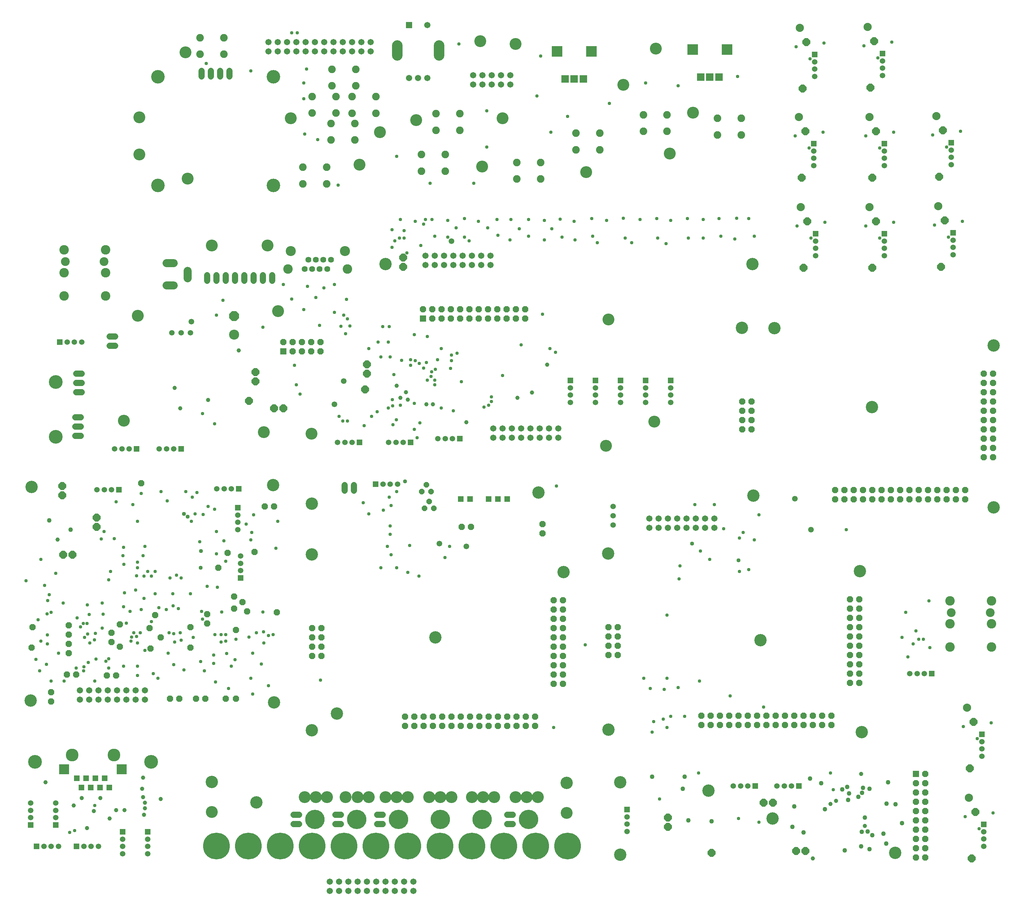
<source format=gbr>
G04 EAGLE Gerber RS-274X export*
G75*
%MOMM*%
%FSLAX34Y34*%
%LPD*%
%INSoldermask Bottom*%
%IPPOS*%
%AMOC8*
5,1,8,0,0,1.08239X$1,22.5*%
G01*
%ADD10C,3.378200*%
%ADD11C,5.283200*%
%ADD12C,2.235200*%
%ADD13C,3.759200*%
%ADD14C,3.251200*%
%ADD15C,3.703200*%
%ADD16P,2.309387X8X202.500000*%
%ADD17P,2.309387X8X22.500000*%
%ADD18R,2.984500X2.984500*%
%ADD19R,2.003200X2.003200*%
%ADD20P,1.869504X8X112.500000*%
%ADD21P,1.869504X8X22.500000*%
%ADD22C,2.603200*%
%ADD23C,2.403200*%
%ADD24C,2.082800*%
%ADD25R,1.511200X1.511200*%
%ADD26C,1.511200*%
%ADD27P,1.649562X8X22.500000*%
%ADD28C,1.727200*%
%ADD29R,1.600200X1.600200*%
%ADD30C,3.479800*%
%ADD31R,2.679700X2.679700*%
%ADD32P,1.869504X8X202.500000*%
%ADD33C,1.711200*%
%ADD34C,1.625600*%
%ADD35C,2.753200*%
%ADD36R,1.711200X1.711200*%
%ADD37C,2.903200*%
%ADD38R,1.727200X1.727200*%
%ADD39C,2.203200*%
%ADD40C,2.743200*%
%ADD41P,2.969212X8X112.500000*%
%ADD42P,1.869504X8X292.500000*%
%ADD43C,0.959600*%
%ADD44C,1.159600*%
%ADD45C,1.259600*%
%ADD46C,1.553200*%
%ADD47C,7.315200*%
%ADD48C,1.109600*%


D10*
X824230Y943610D03*
X1512570Y895350D03*
X824230Y462280D03*
X1634490Y946150D03*
X2322830Y897890D03*
X1634998Y464566D03*
X2000250Y1563624D03*
X2688336Y1515364D03*
X2031492Y1104646D03*
X1521460Y318770D03*
X1667510Y320040D03*
X673100Y265430D03*
X55880Y543560D03*
X58420Y1127760D03*
X718820Y1132840D03*
X721360Y538480D03*
X1162050Y716280D03*
X2051050Y708660D03*
X2355850Y1346200D03*
X1443990Y1112520D03*
X824230Y1082040D03*
X2688590Y1071880D03*
X2089150Y1562100D03*
X892810Y508000D03*
X2327910Y457200D03*
X551180Y321310D03*
X2084070Y220980D03*
X2419350Y127000D03*
X1908810Y297180D03*
X1667510Y121920D03*
D11*
X833120Y218440D03*
X947420Y218440D03*
X1061720Y218440D03*
X1176020Y218440D03*
X1290320Y218440D03*
X1417320Y218440D03*
D12*
X2158246Y2384044D03*
D13*
X67310Y375920D03*
X384810Y375920D03*
D14*
X551180Y1788160D03*
X703580Y1788160D03*
X478790Y2316480D03*
X353060Y2138680D03*
X767080Y2136140D03*
X485140Y1971040D03*
X1290320Y2004060D03*
X1803400Y2039620D03*
X1381760Y2339340D03*
X1765300Y2326640D03*
X348437Y1596136D03*
X731977Y1608785D03*
X310337Y1309091D03*
X823443Y1273454D03*
X1628546Y1240536D03*
X1635049Y1585849D03*
X353060Y2037080D03*
X1760677Y1306500D03*
X1574800Y1988820D03*
X1676400Y2227580D03*
X1866900Y2151380D03*
X1346200Y2136140D03*
X1109980Y2131060D03*
X955040Y2009140D03*
X1010920Y2098040D03*
X1285240Y2346960D03*
X693420Y1277620D03*
X1521460Y236220D03*
X551180Y238760D03*
D12*
X2343666Y2386584D03*
X2155706Y2140204D03*
X2348746Y2140204D03*
X2160786Y1893824D03*
X2348746Y1893824D03*
X2536706Y1896364D03*
X2531626Y2142744D03*
X2620526Y278384D03*
X2615446Y524764D03*
D10*
X2029460Y1737360D03*
X1026160Y1737360D03*
D13*
X124460Y1414780D03*
X124460Y1264920D03*
D15*
X719340Y2250080D03*
X403340Y2250080D03*
X719340Y1953080D03*
X403340Y1953080D03*
D16*
X236220Y1018540D03*
D17*
X236220Y1043940D03*
D18*
X1494955Y2319020D03*
X1588605Y2319020D03*
D19*
X1516780Y2244020D03*
X1541780Y2244020D03*
X1566780Y2244020D03*
D18*
X1865795Y2324100D03*
X1959445Y2324100D03*
D19*
X1887620Y2249100D03*
X1912620Y2249100D03*
X1937620Y2249100D03*
D20*
X850900Y665480D03*
X825500Y665480D03*
X850900Y690880D03*
X825500Y690880D03*
X850900Y716280D03*
X825500Y716280D03*
X850900Y741680D03*
X825500Y741680D03*
X1661160Y668020D03*
X1635760Y668020D03*
X1661160Y693420D03*
X1635760Y693420D03*
X1661160Y718820D03*
X1635760Y718820D03*
X1661160Y744220D03*
X1635760Y744220D03*
X2026920Y1285240D03*
X2001520Y1285240D03*
X2026920Y1310640D03*
X2001520Y1310640D03*
X2026920Y1336040D03*
X2001520Y1336040D03*
X2026920Y1361440D03*
X2001520Y1361440D03*
X1511300Y589280D03*
X1485900Y589280D03*
X1511300Y614680D03*
X1485900Y614680D03*
X1511300Y640080D03*
X1485900Y640080D03*
X1511300Y665480D03*
X1485900Y665480D03*
X1511300Y690880D03*
X1485900Y690880D03*
X1511300Y716280D03*
X1485900Y716280D03*
X1511300Y741680D03*
X1485900Y741680D03*
X1511300Y767080D03*
X1485900Y767080D03*
X1511300Y792480D03*
X1485900Y792480D03*
X1511300Y817880D03*
X1485900Y817880D03*
X2321560Y591820D03*
X2296160Y591820D03*
X2321560Y617220D03*
X2296160Y617220D03*
X2321560Y642620D03*
X2296160Y642620D03*
X2321560Y668020D03*
X2296160Y668020D03*
X2321560Y693420D03*
X2296160Y693420D03*
X2321560Y718820D03*
X2296160Y718820D03*
X2321560Y744220D03*
X2296160Y744220D03*
X2321560Y769620D03*
X2296160Y769620D03*
X2321560Y795020D03*
X2296160Y795020D03*
X2321560Y820420D03*
X2296160Y820420D03*
X2687320Y1209040D03*
X2661920Y1209040D03*
X2687320Y1234440D03*
X2661920Y1234440D03*
X2687320Y1259840D03*
X2661920Y1259840D03*
X2687320Y1285240D03*
X2661920Y1285240D03*
X2687320Y1310640D03*
X2661920Y1310640D03*
X2687320Y1336040D03*
X2661920Y1336040D03*
X2687320Y1361440D03*
X2661920Y1361440D03*
X2687320Y1386840D03*
X2661920Y1386840D03*
X2687320Y1412240D03*
X2661920Y1412240D03*
X2687320Y1437640D03*
X2661920Y1437640D03*
D21*
X1079246Y474472D03*
X1079246Y499872D03*
X1104646Y474472D03*
X1104646Y499872D03*
X1130046Y474472D03*
X1130046Y499872D03*
X1155446Y474472D03*
X1155446Y499872D03*
X1180846Y474472D03*
X1180846Y499872D03*
X1206246Y474472D03*
X1206246Y499872D03*
X1231646Y474472D03*
X1231646Y499872D03*
X1257046Y474472D03*
X1257046Y499872D03*
X1282446Y474472D03*
X1282446Y499872D03*
X1307846Y474472D03*
X1307846Y499872D03*
X1333246Y474472D03*
X1333246Y499872D03*
X1358646Y474472D03*
X1358646Y499872D03*
X1384046Y474472D03*
X1384046Y499872D03*
X1409446Y474472D03*
X1409446Y499872D03*
X1434846Y474472D03*
X1434846Y499872D03*
X1889252Y477266D03*
X1889252Y502666D03*
X1914652Y477266D03*
X1914652Y502666D03*
X1940052Y477266D03*
X1940052Y502666D03*
X1965452Y477266D03*
X1965452Y502666D03*
X1990852Y477266D03*
X1990852Y502666D03*
X2016252Y477266D03*
X2016252Y502666D03*
X2041652Y477266D03*
X2041652Y502666D03*
X2067052Y477266D03*
X2067052Y502666D03*
X2092452Y477266D03*
X2092452Y502666D03*
X2117852Y477266D03*
X2117852Y502666D03*
X2143252Y477266D03*
X2143252Y502666D03*
X2168652Y477266D03*
X2168652Y502666D03*
X2194052Y477266D03*
X2194052Y502666D03*
X2219452Y477266D03*
X2219452Y502666D03*
X2244852Y477266D03*
X2244852Y502666D03*
X2254758Y1094486D03*
X2254758Y1119886D03*
X2280158Y1094486D03*
X2280158Y1119886D03*
X2305558Y1094486D03*
X2305558Y1119886D03*
X2330958Y1094486D03*
X2330958Y1119886D03*
X2356358Y1094486D03*
X2356358Y1119886D03*
X2381758Y1094486D03*
X2381758Y1119886D03*
X2407158Y1094486D03*
X2407158Y1119886D03*
X2432558Y1094486D03*
X2432558Y1119886D03*
X2457958Y1094486D03*
X2457958Y1119886D03*
X2483358Y1094486D03*
X2483358Y1119886D03*
X2508758Y1094486D03*
X2508758Y1119886D03*
X2534158Y1094486D03*
X2534158Y1119886D03*
X2559558Y1094486D03*
X2559558Y1119886D03*
X2584958Y1094486D03*
X2584958Y1119886D03*
X2610358Y1094486D03*
X2610358Y1119886D03*
D22*
X260000Y1713640D03*
X147000Y1713640D03*
X260000Y1776640D03*
X147000Y1776640D03*
X260000Y1650640D03*
X147000Y1650640D03*
D23*
X150500Y1744640D03*
X256500Y1744640D03*
D24*
X1384554Y2015744D03*
X1449578Y2015744D03*
X1384554Y1970532D03*
X1449578Y1970532D03*
X1546352Y2095500D03*
X1611376Y2095500D03*
X1546352Y2050288D03*
X1611376Y2050288D03*
X1730756Y2145792D03*
X1795780Y2145792D03*
X1730756Y2100580D03*
X1795780Y2100580D03*
X1933702Y2136394D03*
X1998726Y2136394D03*
X1933702Y2091182D03*
X1998726Y2091182D03*
X879602Y2270506D03*
X944626Y2270506D03*
X879602Y2225294D03*
X944626Y2225294D03*
X876808Y2122170D03*
X941832Y2122170D03*
X876808Y2076958D03*
X941832Y2076958D03*
X934212Y2195576D03*
X999236Y2195576D03*
X934212Y2150364D03*
X999236Y2150364D03*
X825246Y2196084D03*
X890270Y2196084D03*
X825246Y2150872D03*
X890270Y2150872D03*
X799592Y2002536D03*
X864616Y2002536D03*
X799592Y1957324D03*
X864616Y1957324D03*
X1123950Y2037334D03*
X1188974Y2037334D03*
X1123950Y1992122D03*
X1188974Y1992122D03*
X1163574Y2148840D03*
X1228598Y2148840D03*
X1163574Y2103628D03*
X1228598Y2103628D03*
D25*
X1531620Y1419380D03*
D26*
X1531620Y1399380D03*
X1531620Y1379380D03*
X1531620Y1359380D03*
D25*
X1600200Y1419380D03*
D26*
X1600200Y1399380D03*
X1600200Y1379380D03*
X1600200Y1359380D03*
D25*
X1668780Y1419380D03*
D26*
X1668780Y1399380D03*
X1668780Y1379380D03*
X1668780Y1359380D03*
D25*
X1737360Y1419380D03*
D26*
X1737360Y1399380D03*
X1737360Y1379380D03*
X1737360Y1359380D03*
D25*
X1805940Y1419380D03*
D26*
X1805940Y1399380D03*
X1805940Y1379380D03*
X1805940Y1359380D03*
D25*
X1231900Y1094740D03*
X1257300Y1094740D03*
X1308100Y1094740D03*
X1333500Y1094740D03*
X1358900Y1094740D03*
D27*
X1125220Y1115060D03*
X1137920Y1134110D03*
X1150620Y1115060D03*
X1132840Y1069340D03*
X1145540Y1088390D03*
X1158240Y1069340D03*
D28*
X914400Y1117600D02*
X914400Y1132840D01*
X939800Y1132840D02*
X939800Y1117600D01*
D26*
X492760Y1549400D03*
X467360Y1549400D03*
X441960Y1549400D03*
D29*
X181610Y331470D03*
X194310Y306070D03*
X207010Y331470D03*
X219710Y306070D03*
X232410Y331470D03*
X245110Y306070D03*
X257810Y331470D03*
X270510Y306070D03*
D30*
X168910Y394970D03*
X283210Y394970D03*
D31*
X147320Y356108D03*
X304800Y356108D03*
D21*
X160020Y723900D03*
X160020Y698500D03*
X111760Y541020D03*
X60960Y744220D03*
X58420Y688340D03*
X111760Y566420D03*
X276860Y728980D03*
X276860Y703580D03*
X154940Y614680D03*
X160020Y749300D03*
X160020Y673100D03*
X180340Y614680D03*
X381000Y741680D03*
X383540Y685800D03*
X264160Y612140D03*
X299720Y751840D03*
X299720Y690880D03*
X289560Y612140D03*
X492760Y744220D03*
X492760Y688340D03*
X436880Y548640D03*
X396240Y777240D03*
X411480Y716280D03*
X462280Y548640D03*
X612140Y795020D03*
X617220Y736600D03*
X508000Y548640D03*
X538480Y779780D03*
X538480Y754380D03*
X533400Y548640D03*
X612140Y828040D03*
X728980Y784860D03*
X589280Y548640D03*
X635000Y812800D03*
X647700Y787400D03*
X617220Y548640D03*
D17*
X144780Y942340D03*
X170180Y942340D03*
X142240Y1130300D03*
X142240Y1104900D03*
D25*
X624360Y1122680D03*
D26*
X604360Y1122680D03*
X584360Y1122680D03*
X564360Y1122680D03*
D25*
X629920Y879320D03*
D26*
X629920Y899320D03*
X629920Y919320D03*
X629920Y939320D03*
D25*
X2036600Y309880D03*
D26*
X2016600Y309880D03*
X1996600Y309880D03*
X1976600Y309880D03*
D25*
X2155980Y309880D03*
D26*
X2135980Y309880D03*
X2115980Y309880D03*
X2095980Y309880D03*
D25*
X954560Y1249680D03*
D26*
X934560Y1249680D03*
X914560Y1249680D03*
X894560Y1249680D03*
D25*
X1094260Y1249680D03*
D26*
X1074260Y1249680D03*
X1054260Y1249680D03*
X1034260Y1249680D03*
X1648460Y1023620D03*
X1648460Y1049020D03*
X1648460Y1074420D03*
D21*
X1455420Y1026160D03*
D32*
X1455420Y1000760D03*
D20*
X1234440Y1018540D03*
X1259840Y1018540D03*
D17*
X1798320Y223520D03*
D16*
X1917700Y127000D03*
D17*
X1798320Y198120D03*
X2174240Y132080D03*
X2148840Y132080D03*
D25*
X1686560Y245900D03*
D26*
X1686560Y225900D03*
X1686560Y205900D03*
X1686560Y185900D03*
D33*
X873760Y22860D03*
X873760Y48260D03*
X899160Y22860D03*
X899160Y48260D03*
X924560Y22860D03*
X924560Y48260D03*
X949960Y22860D03*
X949960Y48260D03*
X975360Y22860D03*
X975360Y48260D03*
X1000760Y22860D03*
X1000760Y48260D03*
X1026160Y22860D03*
X1026160Y48260D03*
X1051560Y22860D03*
X1051560Y48260D03*
X1076960Y22860D03*
X1076960Y48260D03*
X1102360Y22860D03*
X1102360Y48260D03*
D28*
X789940Y205740D02*
X774700Y205740D01*
X774700Y231140D02*
X789940Y231140D01*
X889000Y205740D02*
X904240Y205740D01*
X904240Y231140D02*
X889000Y231140D01*
X1358900Y205740D02*
X1374140Y205740D01*
X1374140Y231140D02*
X1358900Y231140D01*
X1018540Y205740D02*
X1003300Y205740D01*
X1003300Y231140D02*
X1018540Y231140D01*
D25*
X296700Y1120140D03*
D26*
X276700Y1120140D03*
X256700Y1120140D03*
X236700Y1120140D03*
D16*
X2085340Y264160D03*
X2059940Y264160D03*
D25*
X466880Y1231900D03*
D26*
X446880Y1231900D03*
X426880Y1231900D03*
X406880Y1231900D03*
D25*
X344960Y1231900D03*
D26*
X324960Y1231900D03*
X304960Y1231900D03*
X284960Y1231900D03*
D17*
X652180Y1363220D03*
X746160Y1342900D03*
X720760Y1342900D03*
X669960Y1416560D03*
X669960Y1441960D03*
D25*
X124460Y203680D03*
D26*
X124460Y223680D03*
X124460Y243680D03*
X124460Y263680D03*
D25*
X71600Y144780D03*
D26*
X91600Y144780D03*
X111600Y144780D03*
X131600Y144780D03*
D25*
X55880Y203680D03*
D26*
X55880Y223680D03*
X55880Y243680D03*
X55880Y263680D03*
D25*
X180820Y144780D03*
D26*
X200820Y144780D03*
X220820Y144780D03*
X240820Y144780D03*
D25*
X307340Y184940D03*
D26*
X307340Y164940D03*
X307340Y144940D03*
X307340Y124940D03*
D25*
X375920Y184940D03*
D26*
X375920Y164940D03*
X375920Y144940D03*
X375920Y124940D03*
D25*
X2199140Y2310920D03*
D26*
X2199140Y2290920D03*
X2199140Y2270920D03*
X2199140Y2250920D03*
D17*
X2166120Y2217420D03*
X2176280Y2344420D03*
D34*
X876440Y1749920D03*
X866240Y1724520D03*
X856040Y1749920D03*
X845840Y1724520D03*
X835640Y1749920D03*
X825440Y1724520D03*
X815240Y1749920D03*
X805040Y1724520D03*
D22*
X921990Y1724520D03*
X759490Y1724520D03*
D35*
X915140Y1772920D03*
X766340Y1772920D03*
D24*
X518500Y2357036D03*
X583524Y2357036D03*
X518500Y2311824D03*
X583524Y2311824D03*
D28*
X716280Y1706880D02*
X716280Y1691640D01*
X690880Y1691640D02*
X690880Y1706880D01*
X665480Y1706880D02*
X665480Y1691640D01*
X640080Y1691640D02*
X640080Y1706880D01*
X614680Y1706880D02*
X614680Y1691640D01*
X589280Y1691640D02*
X589280Y1706880D01*
X563880Y1706880D02*
X563880Y1691640D01*
X538480Y1691640D02*
X538480Y1706880D01*
X287020Y1513840D02*
X271780Y1513840D01*
X271780Y1539240D02*
X287020Y1539240D01*
D33*
X985520Y2319720D03*
X985520Y2345120D03*
X960120Y2319720D03*
X960120Y2345120D03*
X934720Y2319720D03*
X934720Y2345120D03*
X909320Y2319720D03*
X909320Y2345120D03*
X883920Y2319720D03*
X883920Y2345120D03*
X858520Y2319720D03*
X858520Y2345120D03*
X833120Y2319720D03*
X833120Y2345120D03*
X807720Y2319720D03*
X807720Y2345120D03*
X782320Y2319720D03*
X782320Y2345120D03*
X756920Y2319720D03*
X756920Y2345120D03*
X731520Y2319720D03*
X731520Y2345120D03*
X706120Y2319720D03*
X706120Y2345120D03*
X1140060Y2391560D03*
D36*
X1090060Y2391560D03*
D33*
X1090060Y2246560D03*
X1115060Y2246560D03*
X1140060Y2246560D03*
D37*
X1058060Y2308060D02*
X1058060Y2335060D01*
X1172060Y2335060D02*
X1172060Y2308060D01*
D33*
X1366980Y2229220D03*
X1366980Y2254620D03*
X1341580Y2229220D03*
X1341580Y2254620D03*
X1316180Y2229220D03*
X1316180Y2254620D03*
X1290780Y2229220D03*
X1290780Y2254620D03*
X1265380Y2229220D03*
X1265380Y2254620D03*
D28*
X522620Y2250420D02*
X522620Y2265660D01*
X548020Y2265660D02*
X548020Y2250420D01*
X573420Y2250420D02*
X573420Y2265660D01*
X598820Y2265660D02*
X598820Y2250420D01*
D38*
X746760Y1498600D03*
D21*
X746760Y1524000D03*
X772160Y1498600D03*
X772160Y1524000D03*
X797560Y1498600D03*
X797560Y1524000D03*
X822960Y1498600D03*
X822960Y1524000D03*
X848360Y1498600D03*
X848360Y1524000D03*
D38*
X1128344Y1589049D03*
D21*
X1128344Y1614449D03*
X1153744Y1589049D03*
X1153744Y1614449D03*
X1179144Y1589049D03*
X1179144Y1614449D03*
X1204544Y1589049D03*
X1204544Y1614449D03*
X1229944Y1589049D03*
X1229944Y1614449D03*
X1255344Y1589049D03*
X1255344Y1614449D03*
X1280744Y1589049D03*
X1280744Y1614449D03*
X1306144Y1589049D03*
X1306144Y1614449D03*
X1331544Y1589049D03*
X1331544Y1614449D03*
X1356944Y1589049D03*
X1356944Y1614449D03*
X1382344Y1589049D03*
X1382344Y1614449D03*
X1407744Y1589049D03*
X1407744Y1614449D03*
D28*
X193040Y1292860D02*
X177800Y1292860D01*
X177800Y1267460D02*
X193040Y1267460D01*
X193040Y1318260D02*
X177800Y1318260D01*
X180340Y1412240D02*
X195580Y1412240D01*
X195580Y1386840D02*
X180340Y1386840D01*
X180340Y1437640D02*
X195580Y1437640D01*
D25*
X2384560Y2313460D03*
D26*
X2384560Y2293460D03*
X2384560Y2273460D03*
X2384560Y2253460D03*
D17*
X2351540Y2219960D03*
X2361700Y2346960D03*
D25*
X2196600Y2067080D03*
D26*
X2196600Y2047080D03*
X2196600Y2027080D03*
X2196600Y2007080D03*
D17*
X2163580Y1973580D03*
X2173740Y2100580D03*
D25*
X2389640Y2067080D03*
D26*
X2389640Y2047080D03*
X2389640Y2027080D03*
X2389640Y2007080D03*
D17*
X2356620Y1973580D03*
X2366780Y2100580D03*
D25*
X2201680Y1820700D03*
D26*
X2201680Y1800700D03*
X2201680Y1780700D03*
X2201680Y1760700D03*
D17*
X2168660Y1727200D03*
X2178820Y1854200D03*
D25*
X2389640Y1820700D03*
D26*
X2389640Y1800700D03*
X2389640Y1780700D03*
X2389640Y1760700D03*
D17*
X2356620Y1727200D03*
X2366780Y1854200D03*
D25*
X2577600Y1823240D03*
D26*
X2577600Y1803240D03*
X2577600Y1783240D03*
X2577600Y1763240D03*
D17*
X2544580Y1729740D03*
X2554740Y1856740D03*
D25*
X2572520Y2069620D03*
D26*
X2572520Y2049620D03*
X2572520Y2029620D03*
X2572520Y2009620D03*
D17*
X2539500Y1976120D03*
X2549660Y2103120D03*
D25*
X2661420Y205260D03*
D26*
X2661420Y185260D03*
X2661420Y165260D03*
X2661420Y145260D03*
D17*
X2628400Y111760D03*
X2638560Y238760D03*
D25*
X2656340Y451640D03*
D26*
X2656340Y431640D03*
X2656340Y411640D03*
X2656340Y391640D03*
D17*
X2623320Y358140D03*
X2633480Y485140D03*
D25*
X622300Y1071400D03*
D26*
X622300Y1051400D03*
X622300Y1031400D03*
X622300Y1011400D03*
D25*
X1228880Y1259840D03*
D26*
X1208880Y1259840D03*
X1188880Y1259840D03*
X1168880Y1259840D03*
D39*
X446880Y1678940D02*
X426880Y1678940D01*
X484880Y1698940D02*
X484880Y1718940D01*
X446880Y1739940D02*
X426880Y1739940D01*
D40*
X612140Y1544320D03*
D41*
X612140Y1595120D03*
D22*
X2569560Y753520D03*
X2682560Y753520D03*
X2569560Y816520D03*
X2682560Y816520D03*
X2569560Y690520D03*
X2682560Y690520D03*
D23*
X2679060Y784520D03*
X2573060Y784520D03*
D25*
X135100Y1524000D03*
D26*
X155100Y1524000D03*
X175100Y1524000D03*
X195100Y1524000D03*
D25*
X998700Y1135380D03*
D26*
X1018700Y1135380D03*
X1038700Y1135380D03*
X1058700Y1135380D03*
D25*
X2519200Y617220D03*
D26*
X2499200Y617220D03*
X2479200Y617220D03*
X2459200Y617220D03*
D38*
X2476500Y342900D03*
D42*
X2501900Y342900D03*
X2476500Y317500D03*
X2501900Y317500D03*
X2476500Y292100D03*
X2501900Y292100D03*
X2476500Y266700D03*
X2501900Y266700D03*
X2476500Y241300D03*
X2501900Y241300D03*
X2476500Y215900D03*
X2501900Y215900D03*
X2476500Y190500D03*
X2501900Y190500D03*
X2476500Y165100D03*
X2501900Y165100D03*
X2476500Y139700D03*
X2501900Y139700D03*
X2476500Y114300D03*
X2501900Y114300D03*
D33*
X1747520Y1016000D03*
X1747520Y1041400D03*
X1772920Y1016000D03*
X1772920Y1041400D03*
X1798320Y1016000D03*
X1798320Y1041400D03*
X1823720Y1016000D03*
X1823720Y1041400D03*
X1849120Y1016000D03*
X1849120Y1041400D03*
X1874520Y1016000D03*
X1874520Y1041400D03*
X1899920Y1016000D03*
X1899920Y1041400D03*
X1925320Y1016000D03*
X1925320Y1041400D03*
X1320800Y1262380D03*
X1320800Y1287780D03*
X1346200Y1262380D03*
X1346200Y1287780D03*
X1371600Y1262380D03*
X1371600Y1287780D03*
X1397000Y1262380D03*
X1397000Y1287780D03*
X1422400Y1262380D03*
X1422400Y1287780D03*
X1447800Y1262380D03*
X1447800Y1287780D03*
X1473200Y1262380D03*
X1473200Y1287780D03*
X1498600Y1262380D03*
X1498600Y1287780D03*
D17*
X1074420Y1755140D03*
X1074420Y1729740D03*
D33*
X1313180Y1734820D03*
X1313180Y1760220D03*
X1287780Y1734820D03*
X1287780Y1760220D03*
X1262380Y1734820D03*
X1262380Y1760220D03*
X1236980Y1734820D03*
X1236980Y1760220D03*
X1211580Y1734820D03*
X1211580Y1760220D03*
X1186180Y1734820D03*
X1186180Y1760220D03*
X1160780Y1734820D03*
X1160780Y1760220D03*
X1135380Y1734820D03*
X1135380Y1760220D03*
X190500Y546100D03*
X190500Y571500D03*
X215900Y546100D03*
X215900Y571500D03*
X241300Y546100D03*
X241300Y571500D03*
X266700Y546100D03*
X266700Y571500D03*
X292100Y546100D03*
X292100Y571500D03*
X317500Y546100D03*
X317500Y571500D03*
X342900Y546100D03*
X342900Y571500D03*
X368300Y546100D03*
X368300Y571500D03*
D21*
X568960Y906780D03*
X594360Y947420D03*
X668020Y949960D03*
X695960Y1074420D03*
X721360Y1074420D03*
X358140Y1137920D03*
D17*
X975360Y1463040D03*
X975360Y1437640D03*
X970280Y1394460D03*
D43*
X347980Y906780D03*
X274320Y896620D03*
X93980Y858520D03*
X692432Y731520D03*
X576580Y723900D03*
X447040Y726440D03*
X337820Y728980D03*
X209804Y754479D03*
X101600Y723323D03*
X43180Y871220D03*
D44*
X129179Y983925D03*
D45*
X165100Y1010920D03*
D43*
X284480Y986940D03*
X307485Y939945D03*
X454660Y886460D03*
X467360Y878840D03*
X527272Y1052578D03*
X731520Y1033780D03*
X665480Y1051560D03*
X584200Y980440D03*
X589280Y924560D03*
X566420Y853440D03*
X342900Y845820D03*
X363220Y939800D03*
X358140Y1109980D03*
X497840Y1099820D03*
X429311Y1090066D03*
X289560Y1087120D03*
D45*
X106680Y1036320D03*
D43*
X248920Y985520D03*
X309880Y962660D03*
X347980Y922020D03*
X444500Y835688D03*
X492760Y835660D03*
X538480Y855980D03*
X563880Y944880D03*
X563880Y1005840D03*
X558800Y1066800D03*
X480060Y1115060D03*
X411683Y1115136D03*
X335280Y1079500D03*
X347980Y1033780D03*
X726440Y960120D03*
X660400Y1003300D03*
X495300Y1033780D03*
X657860Y982980D03*
X541020Y1074420D03*
X645160Y1026160D03*
X368300Y965200D03*
X269240Y873760D03*
X309982Y916254D03*
X256540Y1005840D03*
X518160Y977900D03*
X396240Y896620D03*
X386080Y883920D03*
X396240Y835660D03*
X344678Y885160D03*
X312420Y838200D03*
X144780Y810260D03*
X365760Y822960D03*
X365760Y883920D03*
X375920Y896620D03*
X2034540Y1813560D03*
X1986280Y1862993D03*
X1943100Y1813560D03*
X1894840Y1859280D03*
X1854200Y1808480D03*
X1805940Y1856740D03*
X1770380Y1808480D03*
X1722120Y1859280D03*
X1681480Y1808480D03*
X1630680Y1856740D03*
X1592580Y1813560D03*
X1541780Y1854200D03*
X1508760Y1811020D03*
X1460500Y1856740D03*
X1417320Y1813560D03*
X1369060Y1859280D03*
X1333500Y1816100D03*
X1280160Y1854200D03*
X1242060Y1811020D03*
X1196340Y1856740D03*
X1160780Y1813560D03*
X1107440Y1854200D03*
X1064260Y1808480D03*
X1043940Y1831340D03*
X1122680Y1788160D03*
X1084580Y1767840D03*
X1981200Y1805940D03*
X1894840Y1808480D03*
X1793240Y1793240D03*
X1699260Y1795780D03*
X1605280Y1795780D03*
X1544320Y1803400D03*
X1460500Y1803400D03*
X1366520Y1803400D03*
X1254760Y1800860D03*
X1196340Y1811020D03*
X1076960Y1808480D03*
X1043940Y1783080D03*
X1051560Y1800860D03*
X2019300Y1861820D03*
X1938020Y1861820D03*
X1851660Y1861820D03*
X1767840Y1861820D03*
X1676400Y1862993D03*
X1590040Y1861820D03*
X1503680Y1860453D03*
X1417320Y1859280D03*
X1330960Y1859280D03*
X1242060Y1861820D03*
X1153160Y1859280D03*
X1066800Y1859280D03*
X1130300Y1846580D03*
X1135380Y1859280D03*
D46*
X1206500Y1800742D03*
D47*
X563245Y146368D03*
X650558Y146368D03*
X737870Y146368D03*
X825183Y146368D03*
X912495Y146368D03*
X999808Y146368D03*
X1087120Y146368D03*
X1174433Y146368D03*
X1261745Y146368D03*
X1349058Y146368D03*
X1436370Y146368D03*
X1523683Y146368D03*
D43*
X965200Y1084580D03*
X1188720Y934720D03*
X1041400Y1076960D03*
X1030565Y965608D03*
X1041400Y942340D03*
X1019948Y1064260D03*
X1038860Y1021080D03*
X1038860Y998220D03*
X1485900Y469900D03*
X1788160Y574040D03*
X1805940Y500380D03*
X2286000Y1010920D03*
X1785620Y492760D03*
X1795780Y604520D03*
X1887220Y952500D03*
X2059940Y525780D03*
X1925320Y1079500D03*
X2019300Y901700D03*
X1993900Y988060D03*
X1828800Y876300D03*
X1993900Y896620D03*
X1795780Y777240D03*
X1871980Y1079500D03*
X1884680Y596900D03*
X1831340Y911860D03*
X1912620Y929640D03*
X1732280Y604520D03*
X2047240Y1051560D03*
X2034540Y982980D03*
X1968500Y556260D03*
X2004060Y1003300D03*
X1950720Y1013460D03*
X1750060Y576580D03*
X1758950Y486410D03*
X1755140Y457200D03*
X1795780Y469900D03*
X1826260Y579120D03*
X1844040Y500380D03*
D48*
X1864360Y972820D03*
D43*
X1480820Y1833880D03*
X1391920Y1833880D03*
X1305560Y1836420D03*
X1219200Y1836420D03*
X1076960Y1828800D03*
X269240Y632940D03*
X403860Y604520D03*
X436880Y878840D03*
X83820Y929640D03*
X331361Y717659D03*
X693420Y701040D03*
X576580Y703580D03*
X449580Y703580D03*
X217198Y701040D03*
X101628Y698500D03*
X69562Y656878D03*
X80160Y624840D03*
X99060Y642620D03*
X124460Y891540D03*
X111760Y596900D03*
X100261Y781340D03*
X102008Y817514D03*
X251460Y810260D03*
X215721Y778943D03*
X327660Y787400D03*
X347980Y637540D03*
X447040Y641740D03*
X445049Y802668D03*
X578206Y785978D03*
X603971Y637568D03*
X685876Y643687D03*
X690778Y786359D03*
X652540Y717160D03*
X261544Y651078D03*
X234569Y657606D03*
X523240Y787400D03*
X132080Y673100D03*
X147320Y596900D03*
X111760Y784860D03*
X106680Y833120D03*
X76200Y764540D03*
X83820Y706120D03*
X180340Y632460D03*
X213360Y647700D03*
X200660Y624840D03*
X203200Y716280D03*
X201168Y636270D03*
X229921Y709473D03*
X231140Y596900D03*
X182880Y769620D03*
X210820Y805180D03*
X199136Y754634D03*
X232197Y727775D03*
X254000Y779780D03*
X210931Y726329D03*
X251460Y741680D03*
X191770Y745744D03*
X368300Y681510D03*
X330200Y706120D03*
X347980Y701040D03*
X309880Y637540D03*
X269240Y657860D03*
X347980Y612140D03*
X391160Y617220D03*
X345440Y718820D03*
X386080Y759460D03*
X355600Y728980D03*
X358140Y792480D03*
X431800Y673100D03*
X474980Y627380D03*
X520700Y650240D03*
X467360Y708660D03*
X500380Y716280D03*
X464820Y728980D03*
X426720Y792480D03*
X434340Y728980D03*
X459740Y795020D03*
X406400Y797560D03*
X556260Y668020D03*
X561340Y594360D03*
X530860Y624840D03*
X591693Y672973D03*
X614680Y655320D03*
X556260Y645160D03*
X596900Y576580D03*
X589280Y706120D03*
X617220Y711200D03*
X589280Y723900D03*
X559272Y724154D03*
X525671Y766971D03*
X657860Y604520D03*
X662912Y673100D03*
X706120Y721360D03*
X662940Y561340D03*
X718820Y723900D03*
X706120Y584200D03*
X317500Y755782D03*
X309880Y800100D03*
X673100Y728980D03*
D44*
X448980Y1398780D03*
X464220Y1342900D03*
X624840Y1501140D03*
X1425880Y1386650D03*
X1468120Y1462322D03*
D43*
X792480Y1381760D03*
X1104900Y1356360D03*
X1104900Y1285240D03*
X1112520Y1262380D03*
X1211580Y1336040D03*
X1178560Y1506220D03*
X1140460Y1539240D03*
X1104900Y1544320D03*
X1013460Y1483360D03*
X1049020Y1435100D03*
X1003300Y1333500D03*
X1160780Y1419860D03*
X1117722Y1465580D03*
X967740Y1295400D03*
X812800Y1676400D03*
X802640Y1612900D03*
X563880Y1597660D03*
X1201420Y965200D03*
D46*
X2189480Y1010920D03*
X2144685Y1096355D03*
X1173480Y972820D03*
D45*
X1854200Y215900D03*
X1844040Y335280D03*
X2217420Y317500D03*
X2349500Y302260D03*
X2395474Y261926D03*
X2357120Y175260D03*
X2169160Y183336D03*
X2227580Y246380D03*
X1755140Y335280D03*
X2186940Y330200D03*
X2288540Y307340D03*
X2400300Y320040D03*
X2420061Y260425D03*
X2387600Y180002D03*
X2143760Y254000D03*
X2438400Y208280D03*
X2336800Y223520D03*
X1917700Y213360D03*
D43*
X1991360Y220980D03*
D44*
X2326437Y342900D03*
D45*
X2281058Y134504D03*
X2138680Y198120D03*
D43*
X2047240Y210820D03*
D45*
X2326640Y144780D03*
X1838960Y302260D03*
D43*
X2250440Y299720D03*
D45*
X2274368Y300799D03*
D43*
X1775460Y274320D03*
D45*
X2349500Y137160D03*
X2327656Y184658D03*
X2395220Y152400D03*
X2344420Y185420D03*
D43*
X2242820Y345440D03*
X1882140Y345440D03*
D45*
X2331720Y304800D03*
X2329180Y291950D03*
X2318258Y280416D03*
X2293620Y289560D03*
X2291080Y271780D03*
D44*
X2336800Y200660D03*
X2194560Y111760D03*
X2258060Y269240D03*
X2242820Y260902D03*
X1386840Y1371600D03*
D43*
X525780Y1328420D03*
X845820Y1569720D03*
X911860Y1597660D03*
X782320Y1407160D03*
X1033780Y1343660D03*
X1120140Y1303020D03*
X1455420Y1600200D03*
X1168400Y1475740D03*
X1107440Y1473200D03*
X1038860Y1483360D03*
X1178560Y1343660D03*
X1130300Y1452880D03*
X1160780Y1407160D03*
X1233170Y1416050D03*
X558800Y1300480D03*
D46*
X911860Y1417320D03*
X886460Y1353820D03*
X1247140Y965200D03*
D44*
X540420Y1365760D03*
D43*
X746760Y1681480D03*
X769620Y1641828D03*
X886460Y1681480D03*
X919480Y1640840D03*
X857250Y1672590D03*
X175548Y188248D03*
X162560Y182880D03*
D44*
X289440Y243960D03*
X172805Y256625D03*
X209848Y194783D03*
X96520Y320040D03*
X363220Y279400D03*
X246380Y276860D03*
X195580Y276860D03*
X360680Y302260D03*
D43*
X230830Y256910D03*
D44*
X368300Y264160D03*
D43*
X2224540Y2341880D03*
X2148340Y2331720D03*
X2186440Y2298700D03*
D44*
X365760Y231140D03*
X368300Y248920D03*
X312420Y243840D03*
X271780Y220980D03*
X228600Y241300D03*
X363220Y332740D03*
X411480Y274320D03*
D46*
X494540Y1579880D03*
D44*
X1155700Y1353820D03*
X1056640Y1404620D03*
X1082040Y1386840D03*
X1087120Y1366520D03*
D43*
X1045101Y1349901D03*
D44*
X1066800Y1371600D03*
D43*
X1044222Y1366520D03*
X802640Y2232660D03*
X896620Y1953260D03*
X1267460Y1958340D03*
X1303020Y2057400D03*
X1478280Y2098040D03*
X1638300Y2176780D03*
X1826260Y2225040D03*
X1988820Y2250440D03*
X535940Y2286000D03*
X1450340Y2306320D03*
X1056640Y2032000D03*
X805180Y2092960D03*
X840740Y2077720D03*
X1148080Y1958340D03*
X1226820Y2339340D03*
X1303020Y2156460D03*
X769620Y2369820D03*
X1440180Y2197100D03*
X784860Y2369820D03*
X1524000Y2141220D03*
X1737360Y2232660D03*
X657860Y2265680D03*
X810260Y2270760D03*
X802640Y2189480D03*
X922020Y1587500D03*
X1475740Y1506220D03*
X835660Y1645920D03*
X1490980Y1496060D03*
X886460Y1605280D03*
X1397000Y1516380D03*
X1346200Y1432560D03*
X980440Y1506220D03*
X1203332Y1452442D03*
X916940Y1546860D03*
X1221740Y1493520D03*
X1206500Y1473200D03*
X1206500Y1488440D03*
X690880Y1564640D03*
X581660Y1638300D03*
X777240Y1460500D03*
X1046371Y1298049D03*
X1055261Y1312019D03*
X1066800Y1351562D03*
X988060Y1320800D03*
X1005840Y1524000D03*
X1036320Y1566616D03*
X928370Y1568450D03*
X922020Y1308100D03*
X909320Y1308100D03*
X904023Y1567398D03*
X899160Y1320800D03*
X1295400Y1346200D03*
X1308100Y1351280D03*
X1315611Y1361549D03*
X1315611Y1374249D03*
X1094740Y1460500D03*
X1094486Y1475740D03*
X1018540Y1566616D03*
X1033780Y1524000D03*
X1137920Y1468120D03*
X1070211Y1474071D03*
X1150366Y1430020D03*
X1152144Y1442720D03*
X1162304Y1449804D03*
X1140018Y1420085D03*
X2409960Y2344420D03*
X2333760Y2334260D03*
X2371860Y2301240D03*
X2222000Y2098040D03*
X2145800Y2087880D03*
X2183900Y2054860D03*
X2415040Y2098040D03*
X2338840Y2087880D03*
X2376940Y2054860D03*
X2227080Y1851660D03*
X2150880Y1841500D03*
X2188980Y1808480D03*
X2415040Y1851660D03*
X2338840Y1841500D03*
X2376940Y1808480D03*
X2603000Y1854200D03*
X2526800Y1844040D03*
X2564900Y1811020D03*
X2597920Y2100580D03*
X2521720Y2090420D03*
X2559820Y2057400D03*
X2686820Y236220D03*
X2610620Y226060D03*
X2648720Y193040D03*
X2681740Y482600D03*
X2605540Y472440D03*
X2643640Y439420D03*
X505460Y1054100D03*
X510540Y1112520D03*
X1036320Y1099820D03*
X1013460Y906780D03*
X1087120Y894080D03*
X1056640Y906780D03*
X1056640Y1115060D03*
D48*
X1079500Y1143000D03*
D43*
X1493520Y1130300D03*
X980440Y1054100D03*
X1117600Y883920D03*
X1572260Y695960D03*
X1092200Y967740D03*
X848360Y599440D03*
X2514600Y688340D03*
X2448560Y784860D03*
X2512060Y816384D03*
X2496820Y711200D03*
X2468372Y698500D03*
X2438400Y716280D03*
X2484120Y711200D03*
X2476500Y734060D03*
X2453736Y663036D03*
D14*
X1381760Y279400D03*
X1412240Y279400D03*
X1442720Y279400D03*
X1323340Y279400D03*
X1292860Y279400D03*
X1262380Y279400D03*
X1206500Y279400D03*
X1176020Y279400D03*
X1145540Y279400D03*
X1087120Y279400D03*
X1056640Y279400D03*
X1026160Y279400D03*
X980440Y279400D03*
X949960Y279400D03*
X916940Y279400D03*
X866140Y279400D03*
X835660Y279400D03*
X805180Y279400D03*
D44*
X1137920Y1353820D03*
X1247140Y1304842D03*
D48*
X520700Y906780D03*
X521168Y952500D03*
X485140Y1046480D03*
X474980Y1054100D03*
X1991360Y927100D03*
M02*

</source>
